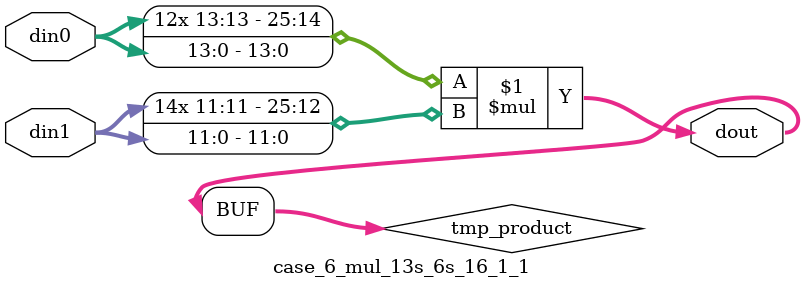
<source format=v>

`timescale 1 ns / 1 ps

 module case_6_mul_13s_6s_16_1_1(din0, din1, dout);
parameter ID = 1;
parameter NUM_STAGE = 0;
parameter din0_WIDTH = 14;
parameter din1_WIDTH = 12;
parameter dout_WIDTH = 26;

input [din0_WIDTH - 1 : 0] din0; 
input [din1_WIDTH - 1 : 0] din1; 
output [dout_WIDTH - 1 : 0] dout;

wire signed [dout_WIDTH - 1 : 0] tmp_product;



























assign tmp_product = $signed(din0) * $signed(din1);








assign dout = tmp_product;





















endmodule

</source>
